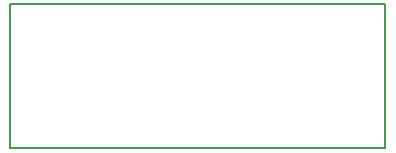
<source format=gko>
G04*
G04 #@! TF.GenerationSoftware,Altium Limited,Altium Designer,18.1.7 (191)*
G04*
G04 Layer_Color=16711935*
%FSLAX24Y24*%
%MOIN*%
G70*
G01*
G75*
%ADD14C,0.0070*%
D14*
X8500Y10900D02*
Y15700D01*
Y10900D02*
X21000D01*
Y15700D01*
X8500D02*
X21000D01*
M02*

</source>
